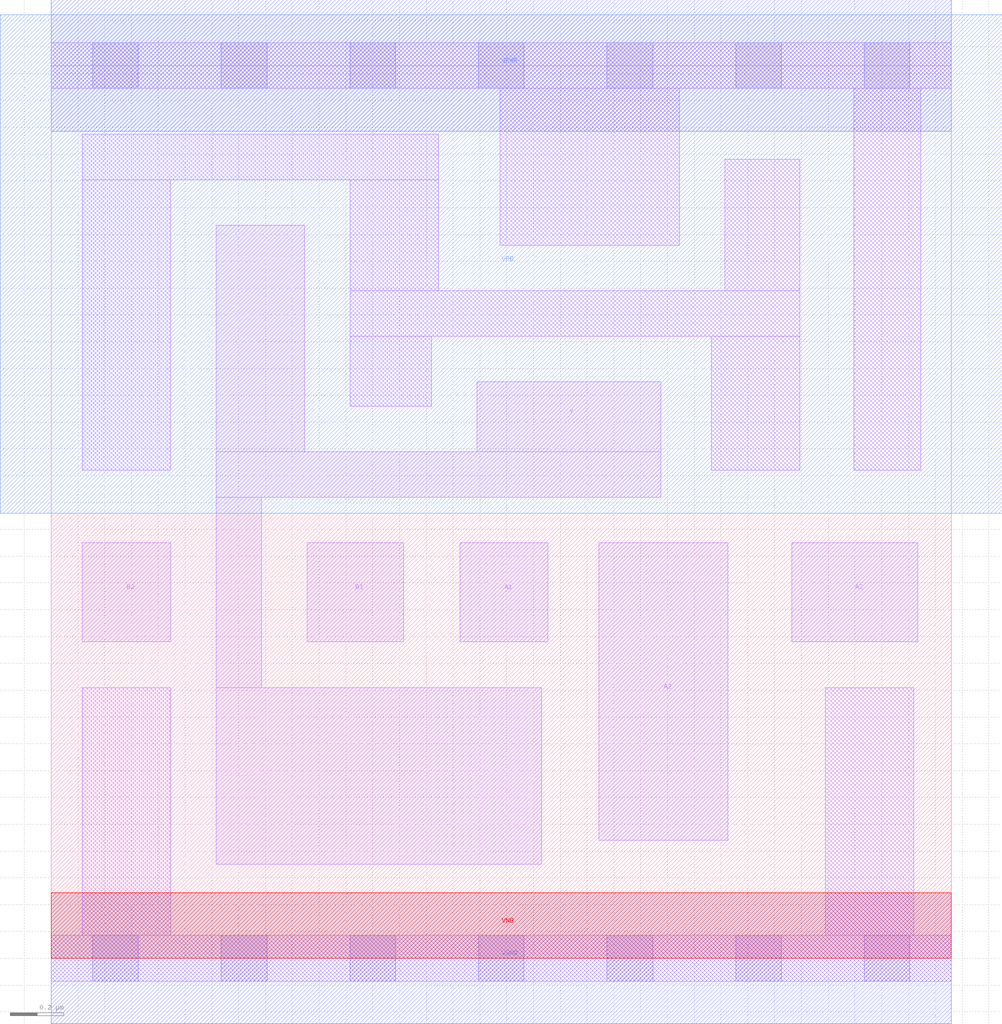
<source format=lef>
# Copyright 2020 The SkyWater PDK Authors
#
# Licensed under the Apache License, Version 2.0 (the "License");
# you may not use this file except in compliance with the License.
# You may obtain a copy of the License at
#
#     https://www.apache.org/licenses/LICENSE-2.0
#
# Unless required by applicable law or agreed to in writing, software
# distributed under the License is distributed on an "AS IS" BASIS,
# WITHOUT WARRANTIES OR CONDITIONS OF ANY KIND, either express or implied.
# See the License for the specific language governing permissions and
# limitations under the License.
#
# SPDX-License-Identifier: Apache-2.0

VERSION 5.7 ;
  NOWIREEXTENSIONATPIN ON ;
  DIVIDERCHAR "/" ;
  BUSBITCHARS "[]" ;
MACRO sky130_fd_sc_hs__a32oi_1
  CLASS CORE ;
  FOREIGN sky130_fd_sc_hs__a32oi_1 ;
  ORIGIN  0.000000  0.000000 ;
  SIZE  3.360000 BY  3.330000 ;
  SYMMETRY X Y ;
  SITE unit ;
  PIN A1
    ANTENNAGATEAREA  0.279000 ;
    DIRECTION INPUT ;
    USE SIGNAL ;
    PORT
      LAYER li1 ;
        RECT 1.525000 1.180000 1.855000 1.550000 ;
    END
  END A1
  PIN A2
    ANTENNAGATEAREA  0.279000 ;
    DIRECTION INPUT ;
    USE SIGNAL ;
    PORT
      LAYER li1 ;
        RECT 2.045000 0.440000 2.525000 1.550000 ;
    END
  END A2
  PIN A3
    ANTENNAGATEAREA  0.279000 ;
    DIRECTION INPUT ;
    USE SIGNAL ;
    PORT
      LAYER li1 ;
        RECT 2.765000 1.180000 3.235000 1.550000 ;
    END
  END A3
  PIN B1
    ANTENNAGATEAREA  0.279000 ;
    DIRECTION INPUT ;
    USE SIGNAL ;
    PORT
      LAYER li1 ;
        RECT 0.955000 1.180000 1.315000 1.550000 ;
    END
  END B1
  PIN B2
    ANTENNAGATEAREA  0.279000 ;
    DIRECTION INPUT ;
    USE SIGNAL ;
    PORT
      LAYER li1 ;
        RECT 0.115000 1.180000 0.445000 1.550000 ;
    END
  END B2
  PIN Y
    ANTENNADIFFAREA  0.998800 ;
    DIRECTION OUTPUT ;
    USE SIGNAL ;
    PORT
      LAYER li1 ;
        RECT 0.615000 0.350000 1.830000 1.010000 ;
        RECT 0.615000 1.010000 0.785000 1.720000 ;
        RECT 0.615000 1.720000 2.275000 1.890000 ;
        RECT 0.615000 1.890000 0.945000 2.735000 ;
        RECT 1.590000 1.890000 2.275000 2.150000 ;
    END
  END Y
  PIN VGND
    DIRECTION INOUT ;
    USE GROUND ;
    PORT
      LAYER met1 ;
        RECT 0.000000 -0.245000 3.360000 0.245000 ;
    END
  END VGND
  PIN VNB
    DIRECTION INOUT ;
    USE GROUND ;
    PORT
      LAYER pwell ;
        RECT 0.000000 0.000000 3.360000 0.245000 ;
    END
  END VNB
  PIN VPB
    DIRECTION INOUT ;
    USE POWER ;
    PORT
      LAYER nwell ;
        RECT -0.190000 1.660000 3.550000 3.520000 ;
    END
  END VPB
  PIN VPWR
    DIRECTION INOUT ;
    USE POWER ;
    PORT
      LAYER met1 ;
        RECT 0.000000 3.085000 3.360000 3.575000 ;
    END
  END VPWR
  OBS
    LAYER li1 ;
      RECT 0.000000 -0.085000 3.360000 0.085000 ;
      RECT 0.000000  3.245000 3.360000 3.415000 ;
      RECT 0.115000  0.085000 0.445000 1.010000 ;
      RECT 0.115000  1.820000 0.445000 2.905000 ;
      RECT 0.115000  2.905000 1.445000 3.075000 ;
      RECT 1.115000  2.060000 1.420000 2.320000 ;
      RECT 1.115000  2.320000 2.795000 2.490000 ;
      RECT 1.115000  2.490000 1.445000 2.905000 ;
      RECT 1.675000  2.660000 2.345000 3.245000 ;
      RECT 2.465000  1.820000 2.795000 2.320000 ;
      RECT 2.515000  2.490000 2.795000 2.980000 ;
      RECT 2.890000  0.085000 3.220000 1.010000 ;
      RECT 2.995000  1.820000 3.245000 3.245000 ;
    LAYER mcon ;
      RECT 0.155000 -0.085000 0.325000 0.085000 ;
      RECT 0.155000  3.245000 0.325000 3.415000 ;
      RECT 0.635000 -0.085000 0.805000 0.085000 ;
      RECT 0.635000  3.245000 0.805000 3.415000 ;
      RECT 1.115000 -0.085000 1.285000 0.085000 ;
      RECT 1.115000  3.245000 1.285000 3.415000 ;
      RECT 1.595000 -0.085000 1.765000 0.085000 ;
      RECT 1.595000  3.245000 1.765000 3.415000 ;
      RECT 2.075000 -0.085000 2.245000 0.085000 ;
      RECT 2.075000  3.245000 2.245000 3.415000 ;
      RECT 2.555000 -0.085000 2.725000 0.085000 ;
      RECT 2.555000  3.245000 2.725000 3.415000 ;
      RECT 3.035000 -0.085000 3.205000 0.085000 ;
      RECT 3.035000  3.245000 3.205000 3.415000 ;
  END
END sky130_fd_sc_hs__a32oi_1
END LIBRARY

</source>
